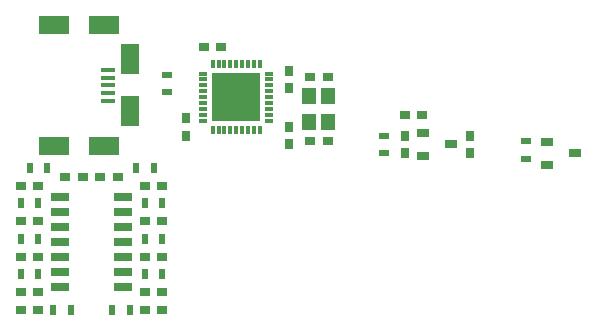
<source format=gtp>
%FSLAX46Y46*%
%MOMM*%
%AMPS30*
21,1,2.500000,1.500000,0.000000,0.000000,0.000000*
%
%ADD30PS30*%
%AMPS27*
21,1,2.500000,1.500000,0.000000,0.000000,90.000000*
%
%ADD27PS27*%
%AMPS29*
21,1,2.500000,1.500000,0.000000,0.000000,180.000000*
%
%ADD29PS29*%
%AMPS26*
21,1,2.500000,1.500000,0.000000,0.000000,270.000000*
%
%ADD26PS26*%
%AMPS22*
21,1,0.300000,0.750000,0.000000,0.000000,0.000000*
%
%ADD22PS22*%
%AMPS23*
21,1,0.300000,0.750000,0.000000,0.000000,90.000000*
%
%ADD23PS23*%
%AMPS21*
21,1,0.300000,0.750000,0.000000,0.000000,180.000000*
%
%ADD21PS21*%
%AMPS24*
21,1,0.300000,0.750000,0.000000,0.000000,270.000000*
%
%ADD24PS24*%
%AMPS18*
21,1,0.600000,1.500000,0.000000,0.000000,90.000000*
%
%ADD18PS18*%
%AMPS17*
21,1,0.600000,1.500000,0.000000,0.000000,270.000000*
%
%ADD17PS17*%
%AMPS14*
21,1,0.800000,0.750000,0.000000,0.000000,0.000000*
%
%ADD14PS14*%
%AMPS19*
21,1,0.800000,0.750000,0.000000,0.000000,90.000000*
%
%ADD19PS19*%
%AMPS12*
21,1,0.800000,0.750000,0.000000,0.000000,180.000000*
%
%ADD12PS12*%
%AMPS13*
21,1,0.800000,0.750000,0.000000,0.000000,270.000000*
%
%ADD13PS13*%
%AMPS28*
21,1,1.250000,0.400000,0.000000,0.000000,0.000000*
%
%ADD28PS28*%
%AMPS16*
21,1,0.700000,1.000000,0.000000,0.000000,90.000000*
%
%ADD16PS16*%
%AMPS25*
21,1,4.100000,4.100000,0.000000,0.000000,180.000000*
%
%ADD25PS25*%
%AMPS20*
21,1,1.400000,1.200000,0.000000,0.000000,90.000000*
%
%ADD20PS20*%
%AMPS15*
21,1,0.500000,0.900000,0.000000,0.000000,0.000000*
%
%ADD15PS15*%
%AMPS11*
21,1,0.500000,0.900000,0.000000,0.000000,90.000000*
%
%ADD11PS11*%
%AMPS10*
21,1,0.500000,0.900000,0.000000,0.000000,180.000000*
%
%ADD10PS10*%
G01*
G01*
%LPD*%
G75*
D10*
X6250000Y4000000D03*
D10*
X4750000Y4000000D03*
D10*
X14000000Y13000000D03*
D10*
X12500000Y13000000D03*
D11*
X32750000Y17250000D03*
D11*
X32750000Y18750000D03*
D12*
X12500000Y4000000D03*
D12*
X14000000Y4000000D03*
D13*
X24750000Y22750000D03*
D13*
X24750000Y24250000D03*
D14*
X14000000Y14500000D03*
D14*
X12500000Y14500000D03*
D12*
X5750000Y15250000D03*
D12*
X7250000Y15250000D03*
D11*
X14350000Y22400000D03*
D11*
X14350000Y23900000D03*
D12*
X2000000Y14500000D03*
D12*
X3500000Y14500000D03*
D10*
X4250000Y16000000D03*
D10*
X2750000Y16000000D03*
D13*
X40000000Y17250000D03*
D13*
X40000000Y18750000D03*
D15*
X2000000Y13000000D03*
D15*
X3500000Y13000000D03*
D14*
X19000000Y26250000D03*
D14*
X17500000Y26250000D03*
D14*
X28000000Y23750000D03*
D14*
X26500000Y23750000D03*
D15*
X12500000Y10000000D03*
D15*
X14000000Y10000000D03*
D14*
X14000000Y11500000D03*
D14*
X12500000Y11500000D03*
D10*
X14000000Y7000000D03*
D10*
X12500000Y7000000D03*
D12*
X2000000Y5500000D03*
D12*
X3500000Y5500000D03*
D12*
X34500000Y20500000D03*
D12*
X36000000Y20500000D03*
D16*
X48950000Y17250000D03*
D16*
X46550000Y18200000D03*
D16*
X46550000Y16300000D03*
D17*
X5300000Y8480000D03*
D17*
X5300000Y11020000D03*
D18*
X10700000Y8480000D03*
D17*
X5300000Y13560000D03*
D18*
X10700000Y7210000D03*
D18*
X10700000Y9750000D03*
D17*
X5300000Y7210000D03*
D18*
X10700000Y11020000D03*
D17*
X5300000Y9750000D03*
D18*
X10700000Y13560000D03*
D18*
X10700000Y12290000D03*
D17*
X5300000Y12290000D03*
D17*
X5300000Y5940000D03*
D18*
X10700000Y5940000D03*
D15*
X2000000Y7000000D03*
D15*
X3500000Y7000000D03*
D14*
X10250000Y15250000D03*
D14*
X8750000Y15250000D03*
D19*
X34500000Y18750000D03*
D19*
X34500000Y17250000D03*
D20*
X26450000Y22100000D03*
D20*
X26450000Y19900000D03*
D20*
X28050000Y19900000D03*
D20*
X28050000Y22100000D03*
D12*
X2000000Y11500000D03*
D12*
X3500000Y11500000D03*
D21*
X19250000Y24775000D03*
D22*
X20250000Y19225000D03*
D23*
X23025000Y24000000D03*
D22*
X20750000Y19225000D03*
D22*
X21250000Y19225000D03*
D21*
X18250000Y24775000D03*
D22*
X21750000Y19225000D03*
D22*
X22250000Y19225000D03*
D21*
X21250000Y24775000D03*
D24*
X17475000Y22500000D03*
D22*
X19250000Y19225000D03*
D21*
X21750000Y24775000D03*
D23*
X23025000Y23500000D03*
D24*
X17475000Y22000000D03*
D21*
X20250000Y24775000D03*
D23*
X23025000Y22000000D03*
D23*
X23025000Y21500000D03*
D23*
X23025000Y22500000D03*
D21*
X20750000Y24775000D03*
D23*
X23025000Y20000000D03*
D24*
X17475000Y21500000D03*
D22*
X19750000Y19225000D03*
D24*
X17475000Y24000000D03*
D21*
X22250000Y24775000D03*
D21*
X19750000Y24775000D03*
D23*
X23025000Y23000000D03*
D24*
X17475000Y23000000D03*
D24*
X17475000Y20000000D03*
D24*
X17475000Y20500000D03*
D21*
X18750000Y24775000D03*
D23*
X23025000Y20500000D03*
D22*
X18250000Y19225000D03*
D24*
X17475000Y21000000D03*
D23*
X23025000Y21000000D03*
D25*
X20250000Y22000000D03*
D24*
X17475000Y23500000D03*
D22*
X18750000Y19225000D03*
D26*
X11250000Y25200000D03*
D27*
X11250000Y20800000D03*
D28*
X9375000Y22350000D03*
D29*
X9050000Y17850000D03*
D30*
X4850000Y28150000D03*
D28*
X9375000Y24300000D03*
D29*
X4850000Y17850000D03*
D30*
X9050000Y28150000D03*
D28*
X9375000Y23000000D03*
D28*
X9375000Y21700000D03*
D28*
X9375000Y23650000D03*
D14*
X3500000Y4000000D03*
D14*
X2000000Y4000000D03*
D12*
X26500000Y18250000D03*
D12*
X28000000Y18250000D03*
D16*
X38450000Y18000000D03*
D16*
X36050000Y18950000D03*
D16*
X36050000Y17050000D03*
D15*
X11750000Y16000000D03*
D15*
X13250000Y16000000D03*
D11*
X44750000Y16750000D03*
D11*
X44750000Y18250000D03*
D14*
X14000000Y5500000D03*
D14*
X12500000Y5500000D03*
D15*
X9750000Y4000000D03*
D15*
X11250000Y4000000D03*
D19*
X16000000Y20250000D03*
D19*
X16000000Y18750000D03*
D14*
X14000000Y8500000D03*
D14*
X12500000Y8500000D03*
D12*
X2000000Y8500000D03*
D12*
X3500000Y8500000D03*
D10*
X3500000Y10000000D03*
D10*
X2000000Y10000000D03*
D13*
X24750000Y18000000D03*
D13*
X24750000Y19500000D03*
M02*

</source>
